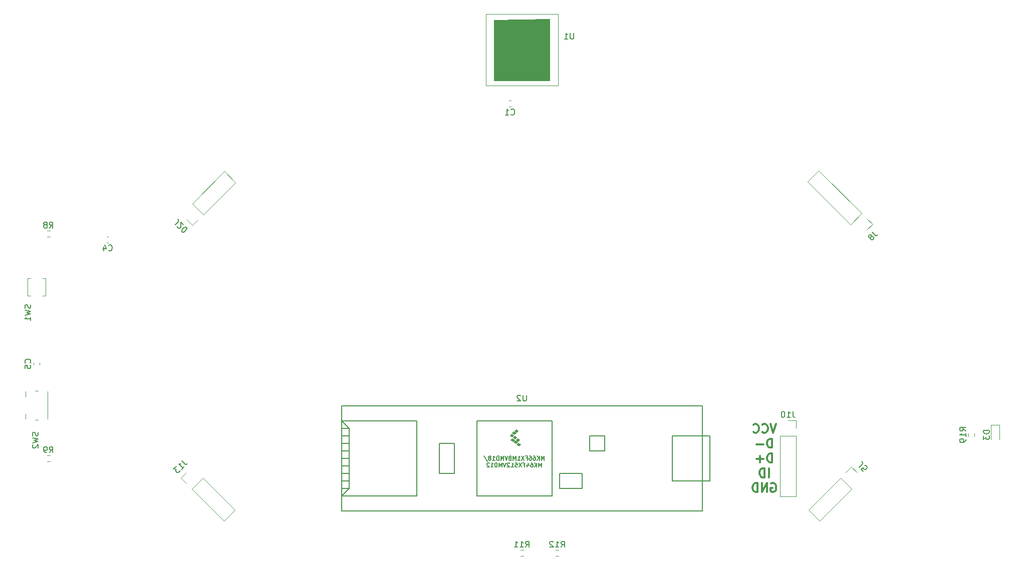
<source format=gbo>
G04 #@! TF.GenerationSoftware,KiCad,Pcbnew,(6.0.1)*
G04 #@! TF.CreationDate,2022-02-25T12:40:39+09:00*
G04 #@! TF.ProjectId,main20220221,6d61696e-3230-4323-9230-3232312e6b69,rev?*
G04 #@! TF.SameCoordinates,Original*
G04 #@! TF.FileFunction,Legend,Bot*
G04 #@! TF.FilePolarity,Positive*
%FSLAX46Y46*%
G04 Gerber Fmt 4.6, Leading zero omitted, Abs format (unit mm)*
G04 Created by KiCad (PCBNEW (6.0.1)) date 2022-02-25 12:40:39*
%MOMM*%
%LPD*%
G01*
G04 APERTURE LIST*
%ADD10C,0.300000*%
%ADD11C,0.150000*%
%ADD12C,0.200000*%
%ADD13C,0.120000*%
%ADD14C,0.100000*%
G04 APERTURE END LIST*
D10*
X178000000Y-103178571D02*
X177500000Y-104678571D01*
X177000000Y-103178571D01*
X175642857Y-104535714D02*
X175714285Y-104607142D01*
X175928571Y-104678571D01*
X176071428Y-104678571D01*
X176285714Y-104607142D01*
X176428571Y-104464285D01*
X176500000Y-104321428D01*
X176571428Y-104035714D01*
X176571428Y-103821428D01*
X176500000Y-103535714D01*
X176428571Y-103392857D01*
X176285714Y-103250000D01*
X176071428Y-103178571D01*
X175928571Y-103178571D01*
X175714285Y-103250000D01*
X175642857Y-103321428D01*
X174142857Y-104535714D02*
X174214285Y-104607142D01*
X174428571Y-104678571D01*
X174571428Y-104678571D01*
X174785714Y-104607142D01*
X174928571Y-104464285D01*
X175000000Y-104321428D01*
X175071428Y-104035714D01*
X175071428Y-103821428D01*
X175000000Y-103535714D01*
X174928571Y-103392857D01*
X174785714Y-103250000D01*
X174571428Y-103178571D01*
X174428571Y-103178571D01*
X174214285Y-103250000D01*
X174142857Y-103321428D01*
X176750000Y-112178571D02*
X176750000Y-110678571D01*
X176035714Y-112178571D02*
X176035714Y-110678571D01*
X175678571Y-110678571D01*
X175464285Y-110750000D01*
X175321428Y-110892857D01*
X175250000Y-111035714D01*
X175178571Y-111321428D01*
X175178571Y-111535714D01*
X175250000Y-111821428D01*
X175321428Y-111964285D01*
X175464285Y-112107142D01*
X175678571Y-112178571D01*
X176035714Y-112178571D01*
X177321428Y-109678571D02*
X177321428Y-108178571D01*
X176964285Y-108178571D01*
X176750000Y-108250000D01*
X176607142Y-108392857D01*
X176535714Y-108535714D01*
X176464285Y-108821428D01*
X176464285Y-109035714D01*
X176535714Y-109321428D01*
X176607142Y-109464285D01*
X176750000Y-109607142D01*
X176964285Y-109678571D01*
X177321428Y-109678571D01*
X175821428Y-109107142D02*
X174678571Y-109107142D01*
X175250000Y-109678571D02*
X175250000Y-108535714D01*
X177142857Y-113250000D02*
X177285714Y-113178571D01*
X177500000Y-113178571D01*
X177714285Y-113250000D01*
X177857142Y-113392857D01*
X177928571Y-113535714D01*
X178000000Y-113821428D01*
X178000000Y-114035714D01*
X177928571Y-114321428D01*
X177857142Y-114464285D01*
X177714285Y-114607142D01*
X177500000Y-114678571D01*
X177357142Y-114678571D01*
X177142857Y-114607142D01*
X177071428Y-114535714D01*
X177071428Y-114035714D01*
X177357142Y-114035714D01*
X176428571Y-114678571D02*
X176428571Y-113178571D01*
X175571428Y-114678571D01*
X175571428Y-113178571D01*
X174857142Y-114678571D02*
X174857142Y-113178571D01*
X174500000Y-113178571D01*
X174285714Y-113250000D01*
X174142857Y-113392857D01*
X174071428Y-113535714D01*
X174000000Y-113821428D01*
X174000000Y-114035714D01*
X174071428Y-114321428D01*
X174142857Y-114464285D01*
X174285714Y-114607142D01*
X174500000Y-114678571D01*
X174857142Y-114678571D01*
X177321428Y-107178571D02*
X177321428Y-105678571D01*
X176964285Y-105678571D01*
X176750000Y-105750000D01*
X176607142Y-105892857D01*
X176535714Y-106035714D01*
X176464285Y-106321428D01*
X176464285Y-106535714D01*
X176535714Y-106821428D01*
X176607142Y-106964285D01*
X176750000Y-107107142D01*
X176964285Y-107178571D01*
X177321428Y-107178571D01*
X175821428Y-106607142D02*
X174678571Y-106607142D01*
D11*
X77521808Y-109412369D02*
X78026884Y-109917445D01*
X78161571Y-109984788D01*
X78296258Y-109984788D01*
X78430945Y-109917445D01*
X78498289Y-109850101D01*
X77521808Y-110826582D02*
X77925869Y-110422521D01*
X77723839Y-110624552D02*
X77016732Y-109917445D01*
X77185091Y-109951117D01*
X77319778Y-109951117D01*
X77420793Y-109917445D01*
X76578999Y-110355178D02*
X76141266Y-110792910D01*
X76646343Y-110826582D01*
X76545327Y-110927597D01*
X76511656Y-111028613D01*
X76511656Y-111095956D01*
X76545327Y-111196971D01*
X76713686Y-111365330D01*
X76814701Y-111399002D01*
X76882045Y-111399002D01*
X76983060Y-111365330D01*
X77185091Y-111163300D01*
X77218762Y-111062284D01*
X77218762Y-110994941D01*
X65166666Y-73787142D02*
X65214285Y-73834761D01*
X65357142Y-73882380D01*
X65452380Y-73882380D01*
X65595238Y-73834761D01*
X65690476Y-73739523D01*
X65738095Y-73644285D01*
X65785714Y-73453809D01*
X65785714Y-73310952D01*
X65738095Y-73120476D01*
X65690476Y-73025238D01*
X65595238Y-72930000D01*
X65452380Y-72882380D01*
X65357142Y-72882380D01*
X65214285Y-72930000D01*
X65166666Y-72977619D01*
X64309523Y-73215714D02*
X64309523Y-73882380D01*
X64547619Y-72834761D02*
X64785714Y-73549047D01*
X64166666Y-73549047D01*
X51927142Y-92833333D02*
X51974761Y-92785714D01*
X52022380Y-92642857D01*
X52022380Y-92547619D01*
X51974761Y-92404761D01*
X51879523Y-92309523D01*
X51784285Y-92261904D01*
X51593809Y-92214285D01*
X51450952Y-92214285D01*
X51260476Y-92261904D01*
X51165238Y-92309523D01*
X51070000Y-92404761D01*
X51022380Y-92547619D01*
X51022380Y-92642857D01*
X51070000Y-92785714D01*
X51117619Y-92833333D01*
X51022380Y-93738095D02*
X51022380Y-93261904D01*
X51498571Y-93214285D01*
X51450952Y-93261904D01*
X51403333Y-93357142D01*
X51403333Y-93595238D01*
X51450952Y-93690476D01*
X51498571Y-93738095D01*
X51593809Y-93785714D01*
X51831904Y-93785714D01*
X51927142Y-93738095D01*
X51974761Y-93690476D01*
X52022380Y-93595238D01*
X52022380Y-93357142D01*
X51974761Y-93261904D01*
X51927142Y-93214285D01*
X180809523Y-101047380D02*
X180809523Y-101761666D01*
X180857142Y-101904523D01*
X180952380Y-101999761D01*
X181095238Y-102047380D01*
X181190476Y-102047380D01*
X179809523Y-102047380D02*
X180380952Y-102047380D01*
X180095238Y-102047380D02*
X180095238Y-101047380D01*
X180190476Y-101190238D01*
X180285714Y-101285476D01*
X180380952Y-101333095D01*
X179190476Y-101047380D02*
X179095238Y-101047380D01*
X179000000Y-101095000D01*
X178952380Y-101142619D01*
X178904761Y-101237857D01*
X178857142Y-101428333D01*
X178857142Y-101666428D01*
X178904761Y-101856904D01*
X178952380Y-101952142D01*
X179000000Y-101999761D01*
X179095238Y-102047380D01*
X179190476Y-102047380D01*
X179285714Y-101999761D01*
X179333333Y-101952142D01*
X179380952Y-101856904D01*
X179428571Y-101666428D01*
X179428571Y-101428333D01*
X179380952Y-101237857D01*
X179333333Y-101142619D01*
X179285714Y-101095000D01*
X179190476Y-101047380D01*
X55166666Y-108022380D02*
X55500000Y-107546190D01*
X55738095Y-108022380D02*
X55738095Y-107022380D01*
X55357142Y-107022380D01*
X55261904Y-107070000D01*
X55214285Y-107117619D01*
X55166666Y-107212857D01*
X55166666Y-107355714D01*
X55214285Y-107450952D01*
X55261904Y-107498571D01*
X55357142Y-107546190D01*
X55738095Y-107546190D01*
X54690476Y-108022380D02*
X54500000Y-108022380D01*
X54404761Y-107974761D01*
X54357142Y-107927142D01*
X54261904Y-107784285D01*
X54214285Y-107593809D01*
X54214285Y-107212857D01*
X54261904Y-107117619D01*
X54309523Y-107070000D01*
X54404761Y-107022380D01*
X54595238Y-107022380D01*
X54690476Y-107070000D01*
X54738095Y-107117619D01*
X54785714Y-107212857D01*
X54785714Y-107450952D01*
X54738095Y-107546190D01*
X54690476Y-107593809D01*
X54595238Y-107641428D01*
X54404761Y-107641428D01*
X54309523Y-107593809D01*
X54261904Y-107546190D01*
X54214285Y-107450952D01*
X135642857Y-124022380D02*
X135976190Y-123546190D01*
X136214285Y-124022380D02*
X136214285Y-123022380D01*
X135833333Y-123022380D01*
X135738095Y-123070000D01*
X135690476Y-123117619D01*
X135642857Y-123212857D01*
X135642857Y-123355714D01*
X135690476Y-123450952D01*
X135738095Y-123498571D01*
X135833333Y-123546190D01*
X136214285Y-123546190D01*
X134690476Y-124022380D02*
X135261904Y-124022380D01*
X134976190Y-124022380D02*
X134976190Y-123022380D01*
X135071428Y-123165238D01*
X135166666Y-123260476D01*
X135261904Y-123308095D01*
X133738095Y-124022380D02*
X134309523Y-124022380D01*
X134023809Y-124022380D02*
X134023809Y-123022380D01*
X134119047Y-123165238D01*
X134214285Y-123260476D01*
X134309523Y-123308095D01*
X53236761Y-104584666D02*
X53284380Y-104727523D01*
X53284380Y-104965619D01*
X53236761Y-105060857D01*
X53189142Y-105108476D01*
X53093904Y-105156095D01*
X52998666Y-105156095D01*
X52903428Y-105108476D01*
X52855809Y-105060857D01*
X52808190Y-104965619D01*
X52760571Y-104775142D01*
X52712952Y-104679904D01*
X52665333Y-104632285D01*
X52570095Y-104584666D01*
X52474857Y-104584666D01*
X52379619Y-104632285D01*
X52332000Y-104679904D01*
X52284380Y-104775142D01*
X52284380Y-105013238D01*
X52332000Y-105156095D01*
X52284380Y-105489428D02*
X53284380Y-105727523D01*
X52570095Y-105918000D01*
X53284380Y-106108476D01*
X52284380Y-106346571D01*
X52379619Y-106679904D02*
X52332000Y-106727523D01*
X52284380Y-106822761D01*
X52284380Y-107060857D01*
X52332000Y-107156095D01*
X52379619Y-107203714D01*
X52474857Y-107251333D01*
X52570095Y-107251333D01*
X52712952Y-107203714D01*
X53284380Y-106632285D01*
X53284380Y-107251333D01*
X133166666Y-50787142D02*
X133214285Y-50834761D01*
X133357142Y-50882380D01*
X133452380Y-50882380D01*
X133595238Y-50834761D01*
X133690476Y-50739523D01*
X133738095Y-50644285D01*
X133785714Y-50453809D01*
X133785714Y-50310952D01*
X133738095Y-50120476D01*
X133690476Y-50025238D01*
X133595238Y-49930000D01*
X133452380Y-49882380D01*
X133357142Y-49882380D01*
X133214285Y-49930000D01*
X133166666Y-49977619D01*
X132214285Y-50882380D02*
X132785714Y-50882380D01*
X132500000Y-50882380D02*
X132500000Y-49882380D01*
X132595238Y-50025238D01*
X132690476Y-50120476D01*
X132785714Y-50168095D01*
X141642857Y-124022380D02*
X141976190Y-123546190D01*
X142214285Y-124022380D02*
X142214285Y-123022380D01*
X141833333Y-123022380D01*
X141738095Y-123070000D01*
X141690476Y-123117619D01*
X141642857Y-123212857D01*
X141642857Y-123355714D01*
X141690476Y-123450952D01*
X141738095Y-123498571D01*
X141833333Y-123546190D01*
X142214285Y-123546190D01*
X140690476Y-124022380D02*
X141261904Y-124022380D01*
X140976190Y-124022380D02*
X140976190Y-123022380D01*
X141071428Y-123165238D01*
X141166666Y-123260476D01*
X141261904Y-123308095D01*
X140309523Y-123117619D02*
X140261904Y-123070000D01*
X140166666Y-123022380D01*
X139928571Y-123022380D01*
X139833333Y-123070000D01*
X139785714Y-123117619D01*
X139738095Y-123212857D01*
X139738095Y-123308095D01*
X139785714Y-123450952D01*
X140357142Y-124022380D01*
X139738095Y-124022380D01*
X135761904Y-98292380D02*
X135761904Y-99101904D01*
X135714285Y-99197142D01*
X135666666Y-99244761D01*
X135571428Y-99292380D01*
X135380952Y-99292380D01*
X135285714Y-99244761D01*
X135238095Y-99197142D01*
X135190476Y-99101904D01*
X135190476Y-98292380D01*
X134761904Y-98387619D02*
X134714285Y-98340000D01*
X134619047Y-98292380D01*
X134380952Y-98292380D01*
X134285714Y-98340000D01*
X134238095Y-98387619D01*
X134190476Y-98482857D01*
X134190476Y-98578095D01*
X134238095Y-98720952D01*
X134809523Y-99292380D01*
X134190476Y-99292380D01*
X138330000Y-110459666D02*
X138330000Y-109759666D01*
X138096666Y-110259666D01*
X137863333Y-109759666D01*
X137863333Y-110459666D01*
X137530000Y-110459666D02*
X137530000Y-109759666D01*
X137130000Y-110459666D02*
X137430000Y-110059666D01*
X137130000Y-109759666D02*
X137530000Y-110159666D01*
X136530000Y-109759666D02*
X136663333Y-109759666D01*
X136730000Y-109793000D01*
X136763333Y-109826333D01*
X136830000Y-109926333D01*
X136863333Y-110059666D01*
X136863333Y-110326333D01*
X136830000Y-110393000D01*
X136796666Y-110426333D01*
X136730000Y-110459666D01*
X136596666Y-110459666D01*
X136530000Y-110426333D01*
X136496666Y-110393000D01*
X136463333Y-110326333D01*
X136463333Y-110159666D01*
X136496666Y-110093000D01*
X136530000Y-110059666D01*
X136596666Y-110026333D01*
X136730000Y-110026333D01*
X136796666Y-110059666D01*
X136830000Y-110093000D01*
X136863333Y-110159666D01*
X135863333Y-109993000D02*
X135863333Y-110459666D01*
X136030000Y-109726333D02*
X136196666Y-110226333D01*
X135763333Y-110226333D01*
X135263333Y-110093000D02*
X135496666Y-110093000D01*
X135496666Y-110459666D02*
X135496666Y-109759666D01*
X135163333Y-109759666D01*
X134963333Y-109759666D02*
X134496666Y-110459666D01*
X134496666Y-109759666D02*
X134963333Y-110459666D01*
X133896666Y-109759666D02*
X134230000Y-109759666D01*
X134263333Y-110093000D01*
X134230000Y-110059666D01*
X134163333Y-110026333D01*
X133996666Y-110026333D01*
X133930000Y-110059666D01*
X133896666Y-110093000D01*
X133863333Y-110159666D01*
X133863333Y-110326333D01*
X133896666Y-110393000D01*
X133930000Y-110426333D01*
X133996666Y-110459666D01*
X134163333Y-110459666D01*
X134230000Y-110426333D01*
X134263333Y-110393000D01*
X133196666Y-110459666D02*
X133596666Y-110459666D01*
X133396666Y-110459666D02*
X133396666Y-109759666D01*
X133463333Y-109859666D01*
X133530000Y-109926333D01*
X133596666Y-109959666D01*
X132930000Y-109826333D02*
X132896666Y-109793000D01*
X132830000Y-109759666D01*
X132663333Y-109759666D01*
X132596666Y-109793000D01*
X132563333Y-109826333D01*
X132530000Y-109893000D01*
X132530000Y-109959666D01*
X132563333Y-110059666D01*
X132963333Y-110459666D01*
X132530000Y-110459666D01*
X132330000Y-109759666D02*
X132096666Y-110459666D01*
X131863333Y-109759666D01*
X131630000Y-110459666D02*
X131630000Y-109759666D01*
X131396666Y-110259666D01*
X131163333Y-109759666D01*
X131163333Y-110459666D01*
X130830000Y-110459666D02*
X130830000Y-109759666D01*
X130663333Y-109759666D01*
X130563333Y-109793000D01*
X130496666Y-109859666D01*
X130463333Y-109926333D01*
X130430000Y-110059666D01*
X130430000Y-110159666D01*
X130463333Y-110293000D01*
X130496666Y-110359666D01*
X130563333Y-110426333D01*
X130663333Y-110459666D01*
X130830000Y-110459666D01*
X129763333Y-110459666D02*
X130163333Y-110459666D01*
X129963333Y-110459666D02*
X129963333Y-109759666D01*
X130030000Y-109859666D01*
X130096666Y-109926333D01*
X130163333Y-109959666D01*
X129496666Y-109826333D02*
X129463333Y-109793000D01*
X129396666Y-109759666D01*
X129230000Y-109759666D01*
X129163333Y-109793000D01*
X129130000Y-109826333D01*
X129096666Y-109893000D01*
X129096666Y-109959666D01*
X129130000Y-110059666D01*
X129530000Y-110459666D01*
X129096666Y-110459666D01*
X138780000Y-109316666D02*
X138780000Y-108616666D01*
X138546666Y-109116666D01*
X138313333Y-108616666D01*
X138313333Y-109316666D01*
X137980000Y-109316666D02*
X137980000Y-108616666D01*
X137580000Y-109316666D02*
X137880000Y-108916666D01*
X137580000Y-108616666D02*
X137980000Y-109016666D01*
X136980000Y-108616666D02*
X137113333Y-108616666D01*
X137180000Y-108650000D01*
X137213333Y-108683333D01*
X137280000Y-108783333D01*
X137313333Y-108916666D01*
X137313333Y-109183333D01*
X137280000Y-109250000D01*
X137246666Y-109283333D01*
X137180000Y-109316666D01*
X137046666Y-109316666D01*
X136980000Y-109283333D01*
X136946666Y-109250000D01*
X136913333Y-109183333D01*
X136913333Y-109016666D01*
X136946666Y-108950000D01*
X136980000Y-108916666D01*
X137046666Y-108883333D01*
X137180000Y-108883333D01*
X137246666Y-108916666D01*
X137280000Y-108950000D01*
X137313333Y-109016666D01*
X136313333Y-108616666D02*
X136446666Y-108616666D01*
X136513333Y-108650000D01*
X136546666Y-108683333D01*
X136613333Y-108783333D01*
X136646666Y-108916666D01*
X136646666Y-109183333D01*
X136613333Y-109250000D01*
X136580000Y-109283333D01*
X136513333Y-109316666D01*
X136380000Y-109316666D01*
X136313333Y-109283333D01*
X136280000Y-109250000D01*
X136246666Y-109183333D01*
X136246666Y-109016666D01*
X136280000Y-108950000D01*
X136313333Y-108916666D01*
X136380000Y-108883333D01*
X136513333Y-108883333D01*
X136580000Y-108916666D01*
X136613333Y-108950000D01*
X136646666Y-109016666D01*
X135713333Y-108950000D02*
X135946666Y-108950000D01*
X135946666Y-109316666D02*
X135946666Y-108616666D01*
X135613333Y-108616666D01*
X135413333Y-108616666D02*
X134946666Y-109316666D01*
X134946666Y-108616666D02*
X135413333Y-109316666D01*
X134313333Y-109316666D02*
X134713333Y-109316666D01*
X134513333Y-109316666D02*
X134513333Y-108616666D01*
X134580000Y-108716666D01*
X134646666Y-108783333D01*
X134713333Y-108816666D01*
X134013333Y-109316666D02*
X134013333Y-108616666D01*
X133780000Y-109116666D01*
X133546666Y-108616666D01*
X133546666Y-109316666D01*
X132980000Y-108950000D02*
X132880000Y-108983333D01*
X132846666Y-109016666D01*
X132813333Y-109083333D01*
X132813333Y-109183333D01*
X132846666Y-109250000D01*
X132880000Y-109283333D01*
X132946666Y-109316666D01*
X133213333Y-109316666D01*
X133213333Y-108616666D01*
X132980000Y-108616666D01*
X132913333Y-108650000D01*
X132880000Y-108683333D01*
X132846666Y-108750000D01*
X132846666Y-108816666D01*
X132880000Y-108883333D01*
X132913333Y-108916666D01*
X132980000Y-108950000D01*
X133213333Y-108950000D01*
X132613333Y-108616666D02*
X132380000Y-109316666D01*
X132146666Y-108616666D01*
X131913333Y-109316666D02*
X131913333Y-108616666D01*
X131680000Y-109116666D01*
X131446666Y-108616666D01*
X131446666Y-109316666D01*
X131113333Y-109316666D02*
X131113333Y-108616666D01*
X130946666Y-108616666D01*
X130846666Y-108650000D01*
X130780000Y-108716666D01*
X130746666Y-108783333D01*
X130713333Y-108916666D01*
X130713333Y-109016666D01*
X130746666Y-109150000D01*
X130780000Y-109216666D01*
X130846666Y-109283333D01*
X130946666Y-109316666D01*
X131113333Y-109316666D01*
X130046666Y-109316666D02*
X130446666Y-109316666D01*
X130246666Y-109316666D02*
X130246666Y-108616666D01*
X130313333Y-108716666D01*
X130380000Y-108783333D01*
X130446666Y-108816666D01*
X129646666Y-108916666D02*
X129713333Y-108883333D01*
X129746666Y-108850000D01*
X129780000Y-108783333D01*
X129780000Y-108750000D01*
X129746666Y-108683333D01*
X129713333Y-108650000D01*
X129646666Y-108616666D01*
X129513333Y-108616666D01*
X129446666Y-108650000D01*
X129413333Y-108683333D01*
X129380000Y-108750000D01*
X129380000Y-108783333D01*
X129413333Y-108850000D01*
X129446666Y-108883333D01*
X129513333Y-108916666D01*
X129646666Y-108916666D01*
X129713333Y-108950000D01*
X129746666Y-108983333D01*
X129780000Y-109050000D01*
X129780000Y-109183333D01*
X129746666Y-109250000D01*
X129713333Y-109283333D01*
X129646666Y-109316666D01*
X129513333Y-109316666D01*
X129446666Y-109283333D01*
X129413333Y-109250000D01*
X129380000Y-109183333D01*
X129380000Y-109050000D01*
X129413333Y-108983333D01*
X129446666Y-108950000D01*
X129513333Y-108916666D01*
X128580000Y-108583333D02*
X129180000Y-109483333D01*
X210022380Y-104357142D02*
X209546190Y-104023809D01*
X210022380Y-103785714D02*
X209022380Y-103785714D01*
X209022380Y-104166666D01*
X209070000Y-104261904D01*
X209117619Y-104309523D01*
X209212857Y-104357142D01*
X209355714Y-104357142D01*
X209450952Y-104309523D01*
X209498571Y-104261904D01*
X209546190Y-104166666D01*
X209546190Y-103785714D01*
X210022380Y-105309523D02*
X210022380Y-104738095D01*
X210022380Y-105023809D02*
X209022380Y-105023809D01*
X209165238Y-104928571D01*
X209260476Y-104833333D01*
X209308095Y-104738095D01*
X210022380Y-105785714D02*
X210022380Y-105976190D01*
X209974761Y-106071428D01*
X209927142Y-106119047D01*
X209784285Y-106214285D01*
X209593809Y-106261904D01*
X209212857Y-106261904D01*
X209117619Y-106214285D01*
X209070000Y-106166666D01*
X209022380Y-106071428D01*
X209022380Y-105880952D01*
X209070000Y-105785714D01*
X209117619Y-105738095D01*
X209212857Y-105690476D01*
X209450952Y-105690476D01*
X209546190Y-105738095D01*
X209593809Y-105785714D01*
X209641428Y-105880952D01*
X209641428Y-106071428D01*
X209593809Y-106166666D01*
X209546190Y-106214285D01*
X209450952Y-106261904D01*
X51966761Y-82994666D02*
X52014380Y-83137523D01*
X52014380Y-83375619D01*
X51966761Y-83470857D01*
X51919142Y-83518476D01*
X51823904Y-83566095D01*
X51728666Y-83566095D01*
X51633428Y-83518476D01*
X51585809Y-83470857D01*
X51538190Y-83375619D01*
X51490571Y-83185142D01*
X51442952Y-83089904D01*
X51395333Y-83042285D01*
X51300095Y-82994666D01*
X51204857Y-82994666D01*
X51109619Y-83042285D01*
X51062000Y-83089904D01*
X51014380Y-83185142D01*
X51014380Y-83423238D01*
X51062000Y-83566095D01*
X51014380Y-83899428D02*
X52014380Y-84137523D01*
X51300095Y-84328000D01*
X52014380Y-84518476D01*
X51014380Y-84756571D01*
X52014380Y-85661333D02*
X52014380Y-85089904D01*
X52014380Y-85375619D02*
X51014380Y-85375619D01*
X51157238Y-85280380D01*
X51252476Y-85185142D01*
X51300095Y-85089904D01*
X192040458Y-110523536D02*
X192545534Y-110018460D01*
X192612878Y-109883773D01*
X192612878Y-109749086D01*
X192545534Y-109614399D01*
X192478191Y-109547056D01*
X192713893Y-111196971D02*
X192377176Y-110860254D01*
X192680221Y-110489865D01*
X192680221Y-110557208D01*
X192713893Y-110658223D01*
X192882252Y-110826582D01*
X192983267Y-110860254D01*
X193050611Y-110860254D01*
X193151626Y-110826582D01*
X193319985Y-110658223D01*
X193353656Y-110557208D01*
X193353656Y-110489865D01*
X193319985Y-110388849D01*
X193151626Y-110220491D01*
X193050611Y-110186819D01*
X192983267Y-110186819D01*
X194195363Y-70723958D02*
X194700439Y-71229034D01*
X194835126Y-71296378D01*
X194969813Y-71296378D01*
X195104500Y-71229034D01*
X195171843Y-71161691D01*
X194060676Y-71464737D02*
X194094347Y-71363721D01*
X194094347Y-71296378D01*
X194060676Y-71195363D01*
X194027004Y-71161691D01*
X193925989Y-71128019D01*
X193858645Y-71128019D01*
X193757630Y-71161691D01*
X193622943Y-71296378D01*
X193589271Y-71397393D01*
X193589271Y-71464737D01*
X193622943Y-71565752D01*
X193656615Y-71599424D01*
X193757630Y-71633095D01*
X193824973Y-71633095D01*
X193925989Y-71599424D01*
X194060676Y-71464737D01*
X194161691Y-71431065D01*
X194229034Y-71431065D01*
X194330050Y-71464737D01*
X194464737Y-71599424D01*
X194498408Y-71700439D01*
X194498408Y-71767782D01*
X194464737Y-71868798D01*
X194330050Y-72003485D01*
X194229034Y-72037156D01*
X194161691Y-72037156D01*
X194060676Y-72003485D01*
X193925989Y-71868798D01*
X193892317Y-71767782D01*
X193892317Y-71700439D01*
X193925989Y-71599424D01*
X214022380Y-104261904D02*
X213022380Y-104261904D01*
X213022380Y-104500000D01*
X213070000Y-104642857D01*
X213165238Y-104738095D01*
X213260476Y-104785714D01*
X213450952Y-104833333D01*
X213593809Y-104833333D01*
X213784285Y-104785714D01*
X213879523Y-104738095D01*
X213974761Y-104642857D01*
X214022380Y-104500000D01*
X214022380Y-104261904D01*
X213022380Y-105166666D02*
X213022380Y-105785714D01*
X213403333Y-105452380D01*
X213403333Y-105595238D01*
X213450952Y-105690476D01*
X213498571Y-105738095D01*
X213593809Y-105785714D01*
X213831904Y-105785714D01*
X213927142Y-105738095D01*
X213974761Y-105690476D01*
X214022380Y-105595238D01*
X214022380Y-105309523D01*
X213974761Y-105214285D01*
X213927142Y-105166666D01*
X55166666Y-70022380D02*
X55500000Y-69546190D01*
X55738095Y-70022380D02*
X55738095Y-69022380D01*
X55357142Y-69022380D01*
X55261904Y-69070000D01*
X55214285Y-69117619D01*
X55166666Y-69212857D01*
X55166666Y-69355714D01*
X55214285Y-69450952D01*
X55261904Y-69498571D01*
X55357142Y-69546190D01*
X55738095Y-69546190D01*
X54595238Y-69450952D02*
X54690476Y-69403333D01*
X54738095Y-69355714D01*
X54785714Y-69260476D01*
X54785714Y-69212857D01*
X54738095Y-69117619D01*
X54690476Y-69070000D01*
X54595238Y-69022380D01*
X54404761Y-69022380D01*
X54309523Y-69070000D01*
X54261904Y-69117619D01*
X54214285Y-69212857D01*
X54214285Y-69260476D01*
X54261904Y-69355714D01*
X54309523Y-69403333D01*
X54404761Y-69450952D01*
X54595238Y-69450952D01*
X54690476Y-69498571D01*
X54738095Y-69546190D01*
X54785714Y-69641428D01*
X54785714Y-69831904D01*
X54738095Y-69927142D01*
X54690476Y-69974761D01*
X54595238Y-70022380D01*
X54404761Y-70022380D01*
X54309523Y-69974761D01*
X54261904Y-69927142D01*
X54214285Y-69831904D01*
X54214285Y-69641428D01*
X54261904Y-69546190D01*
X54309523Y-69498571D01*
X54404761Y-69450952D01*
X76412369Y-69478191D02*
X76917445Y-68973115D01*
X76984788Y-68838428D01*
X76984788Y-68703741D01*
X76917445Y-68569054D01*
X76850101Y-68501710D01*
X76782758Y-69713893D02*
X76782758Y-69781237D01*
X76816430Y-69882252D01*
X76984788Y-70050611D01*
X77085804Y-70084282D01*
X77153147Y-70084282D01*
X77254162Y-70050611D01*
X77321506Y-69983267D01*
X77388849Y-69848580D01*
X77388849Y-69040458D01*
X77826582Y-69478191D01*
X77557208Y-70623030D02*
X77624552Y-70690374D01*
X77725567Y-70724046D01*
X77792910Y-70724046D01*
X77893926Y-70690374D01*
X78062284Y-70589359D01*
X78230643Y-70421000D01*
X78331658Y-70252641D01*
X78365330Y-70151626D01*
X78365330Y-70084282D01*
X78331658Y-69983267D01*
X78264315Y-69915924D01*
X78163300Y-69882252D01*
X78095956Y-69882252D01*
X77994941Y-69915924D01*
X77826582Y-70016939D01*
X77658223Y-70185298D01*
X77557208Y-70353656D01*
X77523536Y-70454672D01*
X77523536Y-70522015D01*
X77557208Y-70623030D01*
D12*
X143773904Y-37035380D02*
X143773904Y-37844904D01*
X143726285Y-37940142D01*
X143678666Y-37987761D01*
X143583428Y-38035380D01*
X143392952Y-38035380D01*
X143297714Y-37987761D01*
X143250095Y-37940142D01*
X143202476Y-37844904D01*
X143202476Y-37035380D01*
X142202476Y-38035380D02*
X142773904Y-38035380D01*
X142488190Y-38035380D02*
X142488190Y-37035380D01*
X142583428Y-37178238D01*
X142678666Y-37273476D01*
X142773904Y-37321095D01*
D13*
X79252874Y-114169178D02*
X84683454Y-119599758D01*
X86564358Y-117718854D02*
X84683454Y-119599758D01*
X81133778Y-112288274D02*
X79252874Y-114169178D01*
X77414396Y-112330700D02*
X78354848Y-113271152D01*
X81133778Y-112288274D02*
X86564358Y-117718854D01*
X78354848Y-111390248D02*
X77414396Y-112330700D01*
X64853733Y-71490000D02*
X65146267Y-71490000D01*
X64853733Y-72510000D02*
X65146267Y-72510000D01*
X52490000Y-92853733D02*
X52490000Y-93146267D01*
X53510000Y-92853733D02*
X53510000Y-93146267D01*
X181330000Y-103925000D02*
X181330000Y-102595000D01*
X181330000Y-115415000D02*
X178670000Y-115415000D01*
X181330000Y-102595000D02*
X180000000Y-102595000D01*
X181330000Y-105195000D02*
X178670000Y-105195000D01*
X178670000Y-105195000D02*
X178670000Y-115415000D01*
X181330000Y-105195000D02*
X181330000Y-115415000D01*
X55254724Y-109522500D02*
X54745276Y-109522500D01*
X55254724Y-108477500D02*
X54745276Y-108477500D01*
X135254724Y-125522500D02*
X134745276Y-125522500D01*
X135254724Y-124477500D02*
X134745276Y-124477500D01*
X53275000Y-102450000D02*
X52725000Y-102450000D01*
X54850000Y-102350000D02*
X54850000Y-97650000D01*
X51150000Y-102350000D02*
X51150000Y-101425000D01*
X51150000Y-98575000D02*
X51150000Y-97650000D01*
X53275000Y-97550000D02*
X52725000Y-97550000D01*
X132853733Y-48490000D02*
X133146267Y-48490000D01*
X132853733Y-49510000D02*
X133146267Y-49510000D01*
X141254724Y-124477500D02*
X140745276Y-124477500D01*
X141254724Y-125522500D02*
X140745276Y-125522500D01*
D11*
X105790000Y-114080000D02*
X104520000Y-114080000D01*
X148970000Y-107730000D02*
X146430000Y-107730000D01*
X166750000Y-112810000D02*
X166750000Y-105190000D01*
X165480000Y-117890000D02*
X104520000Y-117890000D01*
X123570000Y-111540000D02*
X123570000Y-106460000D01*
X145160000Y-114080000D02*
X145160000Y-111540000D01*
X105790000Y-103920000D02*
X104520000Y-103920000D01*
X105790000Y-107730000D02*
X104520000Y-107730000D01*
X165480000Y-112810000D02*
X166750000Y-112810000D01*
X105790000Y-105190000D02*
X104520000Y-105190000D01*
X148970000Y-105190000D02*
X148970000Y-107730000D01*
X146430000Y-105190000D02*
X148970000Y-105190000D01*
X105790000Y-111540000D02*
X104520000Y-111540000D01*
X140080000Y-115350000D02*
X127380000Y-115350000D01*
X140080000Y-102650000D02*
X140080000Y-115350000D01*
X121030000Y-106460000D02*
X121030000Y-111540000D01*
X123570000Y-106460000D02*
X121030000Y-106460000D01*
X105790000Y-112810000D02*
X104520000Y-112810000D01*
X105790000Y-114080000D02*
X105790000Y-103920000D01*
X121030000Y-111540000D02*
X123570000Y-111540000D01*
X141350000Y-111540000D02*
X141350000Y-114080000D01*
X117220000Y-102650000D02*
X117220000Y-115350000D01*
X140080000Y-102650000D02*
X127380000Y-102650000D01*
X104520000Y-100110000D02*
X104520000Y-117890000D01*
X141350000Y-114080000D02*
X145160000Y-114080000D01*
X127380000Y-115350000D02*
X127380000Y-102650000D01*
X105790000Y-106460000D02*
X104520000Y-106460000D01*
X146430000Y-107730000D02*
X146430000Y-105190000D01*
X105790000Y-103920000D02*
X104520000Y-102650000D01*
X165480000Y-117890000D02*
X165480000Y-100110000D01*
X104520000Y-115350000D02*
X105790000Y-114080000D01*
X104520000Y-100110000D02*
X165480000Y-100110000D01*
X145160000Y-111540000D02*
X141350000Y-111540000D01*
X160400000Y-112810000D02*
X160400000Y-105190000D01*
X160400000Y-105190000D02*
X165480000Y-105190000D01*
X117220000Y-115350000D02*
X104520000Y-115350000D01*
X105790000Y-110270000D02*
X104520000Y-110270000D01*
X105790000Y-109000000D02*
X104520000Y-109000000D01*
X166750000Y-105190000D02*
X165480000Y-105190000D01*
X160400000Y-112810000D02*
X165480000Y-112810000D01*
X104520000Y-102650000D02*
X117220000Y-102650000D01*
D14*
X133730000Y-105190000D02*
X133476000Y-105444000D01*
X133476000Y-105444000D02*
X133857000Y-105698000D01*
X133857000Y-105698000D02*
X134111000Y-105444000D01*
X134111000Y-105444000D02*
X133730000Y-105190000D01*
G36*
X134111000Y-105444000D02*
G01*
X133857000Y-105698000D01*
X133476000Y-105444000D01*
X133730000Y-105190000D01*
X134111000Y-105444000D01*
G37*
X134111000Y-105444000D02*
X133857000Y-105698000D01*
X133476000Y-105444000D01*
X133730000Y-105190000D01*
X134111000Y-105444000D01*
X134365000Y-106333000D02*
X134111000Y-106587000D01*
X134111000Y-106587000D02*
X134492000Y-106841000D01*
X134492000Y-106841000D02*
X134746000Y-106587000D01*
X134746000Y-106587000D02*
X134365000Y-106333000D01*
G36*
X134746000Y-106587000D02*
G01*
X134492000Y-106841000D01*
X134111000Y-106587000D01*
X134365000Y-106333000D01*
X134746000Y-106587000D01*
G37*
X134746000Y-106587000D02*
X134492000Y-106841000D01*
X134111000Y-106587000D01*
X134365000Y-106333000D01*
X134746000Y-106587000D01*
X133222000Y-104809000D02*
X132968000Y-105063000D01*
X132968000Y-105063000D02*
X133349000Y-105317000D01*
X133349000Y-105317000D02*
X133603000Y-105063000D01*
X133603000Y-105063000D02*
X133222000Y-104809000D01*
G36*
X133603000Y-105063000D02*
G01*
X133349000Y-105317000D01*
X132968000Y-105063000D01*
X133222000Y-104809000D01*
X133603000Y-105063000D01*
G37*
X133603000Y-105063000D02*
X133349000Y-105317000D01*
X132968000Y-105063000D01*
X133222000Y-104809000D01*
X133603000Y-105063000D01*
X133984000Y-104047000D02*
X133730000Y-104301000D01*
X133730000Y-104301000D02*
X134111000Y-104555000D01*
X134111000Y-104555000D02*
X134365000Y-104301000D01*
X134365000Y-104301000D02*
X133984000Y-104047000D01*
G36*
X134365000Y-104301000D02*
G01*
X134111000Y-104555000D01*
X133730000Y-104301000D01*
X133984000Y-104047000D01*
X134365000Y-104301000D01*
G37*
X134365000Y-104301000D02*
X134111000Y-104555000D01*
X133730000Y-104301000D01*
X133984000Y-104047000D01*
X134365000Y-104301000D01*
X134238000Y-105571000D02*
X133984000Y-105825000D01*
X133984000Y-105825000D02*
X134365000Y-106079000D01*
X134365000Y-106079000D02*
X134619000Y-105825000D01*
X134619000Y-105825000D02*
X134238000Y-105571000D01*
G36*
X134619000Y-105825000D02*
G01*
X134365000Y-106079000D01*
X133984000Y-105825000D01*
X134238000Y-105571000D01*
X134619000Y-105825000D01*
G37*
X134619000Y-105825000D02*
X134365000Y-106079000D01*
X133984000Y-105825000D01*
X134238000Y-105571000D01*
X134619000Y-105825000D01*
X133349000Y-105571000D02*
X133095000Y-105825000D01*
X133095000Y-105825000D02*
X133476000Y-106079000D01*
X133476000Y-106079000D02*
X133730000Y-105825000D01*
X133730000Y-105825000D02*
X133349000Y-105571000D01*
G36*
X133730000Y-105825000D02*
G01*
X133476000Y-106079000D01*
X133095000Y-105825000D01*
X133349000Y-105571000D01*
X133730000Y-105825000D01*
G37*
X133730000Y-105825000D02*
X133476000Y-106079000D01*
X133095000Y-105825000D01*
X133349000Y-105571000D01*
X133730000Y-105825000D01*
X133603000Y-104428000D02*
X133349000Y-104682000D01*
X133349000Y-104682000D02*
X133730000Y-104936000D01*
X133730000Y-104936000D02*
X133984000Y-104682000D01*
X133984000Y-104682000D02*
X133603000Y-104428000D01*
G36*
X133984000Y-104682000D02*
G01*
X133730000Y-104936000D01*
X133349000Y-104682000D01*
X133603000Y-104428000D01*
X133984000Y-104682000D01*
G37*
X133984000Y-104682000D02*
X133730000Y-104936000D01*
X133349000Y-104682000D01*
X133603000Y-104428000D01*
X133984000Y-104682000D01*
X133857000Y-105952000D02*
X133603000Y-106206000D01*
X133603000Y-106206000D02*
X133984000Y-106460000D01*
X133984000Y-106460000D02*
X134238000Y-106206000D01*
X134238000Y-106206000D02*
X133857000Y-105952000D01*
G36*
X134238000Y-106206000D02*
G01*
X133984000Y-106460000D01*
X133603000Y-106206000D01*
X133857000Y-105952000D01*
X134238000Y-106206000D01*
G37*
X134238000Y-106206000D02*
X133984000Y-106460000D01*
X133603000Y-106206000D01*
X133857000Y-105952000D01*
X134238000Y-106206000D01*
D13*
X210477500Y-104745276D02*
X210477500Y-105254724D01*
X211522500Y-104745276D02*
X211522500Y-105254724D01*
X51500000Y-81500000D02*
X51500000Y-78500000D01*
X54000000Y-81500000D02*
X54500000Y-81500000D01*
X51500000Y-78500000D02*
X52000000Y-78500000D01*
X51500000Y-81500000D02*
X52000000Y-81500000D01*
X54500000Y-81500000D02*
X54500000Y-78500000D01*
X54000000Y-78500000D02*
X54500000Y-78500000D01*
X190747126Y-114169178D02*
X188866222Y-112288274D01*
X188866222Y-112288274D02*
X183435642Y-117718854D01*
X190747126Y-114169178D02*
X185316546Y-119599758D01*
X185316546Y-119599758D02*
X183435642Y-117718854D01*
X190704700Y-110449796D02*
X189764248Y-111390248D01*
X191645152Y-111390248D02*
X190704700Y-110449796D01*
X183323091Y-62203995D02*
X185203995Y-60323091D01*
X190549722Y-69430626D02*
X192430626Y-67549722D01*
X190549722Y-69430626D02*
X183323091Y-62203995D01*
X194269104Y-69388200D02*
X193328652Y-68447748D01*
X193328652Y-70328652D02*
X194269104Y-69388200D01*
X192430626Y-67549722D02*
X185203995Y-60323091D01*
X214265000Y-105800000D02*
X214265000Y-103340000D01*
X215735000Y-103340000D02*
X215735000Y-105800000D01*
X214265000Y-103340000D02*
X215735000Y-103340000D01*
X55254724Y-70477500D02*
X54745276Y-70477500D01*
X55254724Y-71522500D02*
X54745276Y-71522500D01*
X84718854Y-60435642D02*
X86599758Y-62316546D01*
X79288274Y-65866222D02*
X84718854Y-60435642D01*
X79288274Y-65866222D02*
X81169178Y-67747126D01*
X79330700Y-69585604D02*
X80271152Y-68645152D01*
X81169178Y-67747126D02*
X86599758Y-62316546D01*
X78390248Y-68645152D02*
X79330700Y-69585604D01*
D14*
X128917000Y-33773000D02*
X128917000Y-45963000D01*
X141107000Y-45963000D02*
X141107000Y-33773000D01*
X128917000Y-45963000D02*
X141107000Y-45963000D01*
X141107000Y-33773000D02*
X128917000Y-33773000D01*
X139710000Y-34662000D02*
X130312000Y-34789000D01*
X130312000Y-34789000D02*
X130312000Y-45076000D01*
X130312000Y-45076000D02*
X139710000Y-45076000D01*
X139710000Y-45076000D02*
X139710000Y-34662000D01*
G36*
X139710000Y-45076000D02*
G01*
X130312000Y-45076000D01*
X130312000Y-34789000D01*
X139710000Y-34662000D01*
X139710000Y-45076000D01*
G37*
X139710000Y-45076000D02*
X130312000Y-45076000D01*
X130312000Y-34789000D01*
X139710000Y-34662000D01*
X139710000Y-45076000D01*
M02*

</source>
